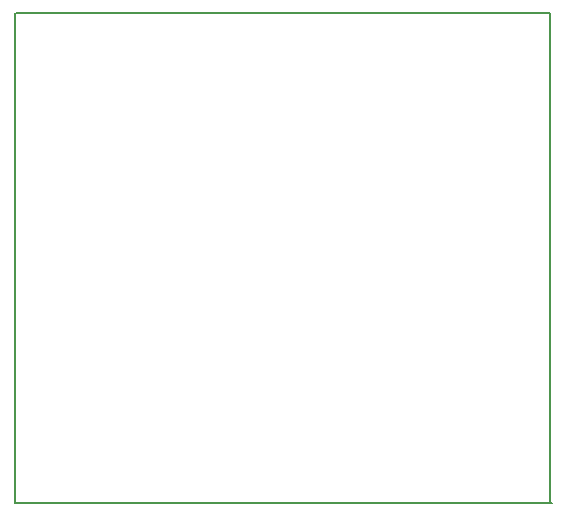
<source format=gbr>
G04 #@! TF.FileFunction,Glue,Bot*
%FSLAX46Y46*%
G04 Gerber Fmt 4.6, Leading zero omitted, Abs format (unit mm)*
G04 Created by KiCad (PCBNEW 4.0.7) date Fri Feb  9 23:36:38 2018*
%MOMM*%
%LPD*%
G01*
G04 APERTURE LIST*
%ADD10C,0.150000*%
%ADD11C,0.200000*%
G04 APERTURE END LIST*
D10*
D11*
X84963000Y-76327000D02*
X84963000Y-34798000D01*
X130429000Y-76327000D02*
X84963000Y-76327000D01*
X130302000Y-34798000D02*
X130302000Y-76200000D01*
X85090000Y-34798000D02*
X130302000Y-34798000D01*
M02*

</source>
